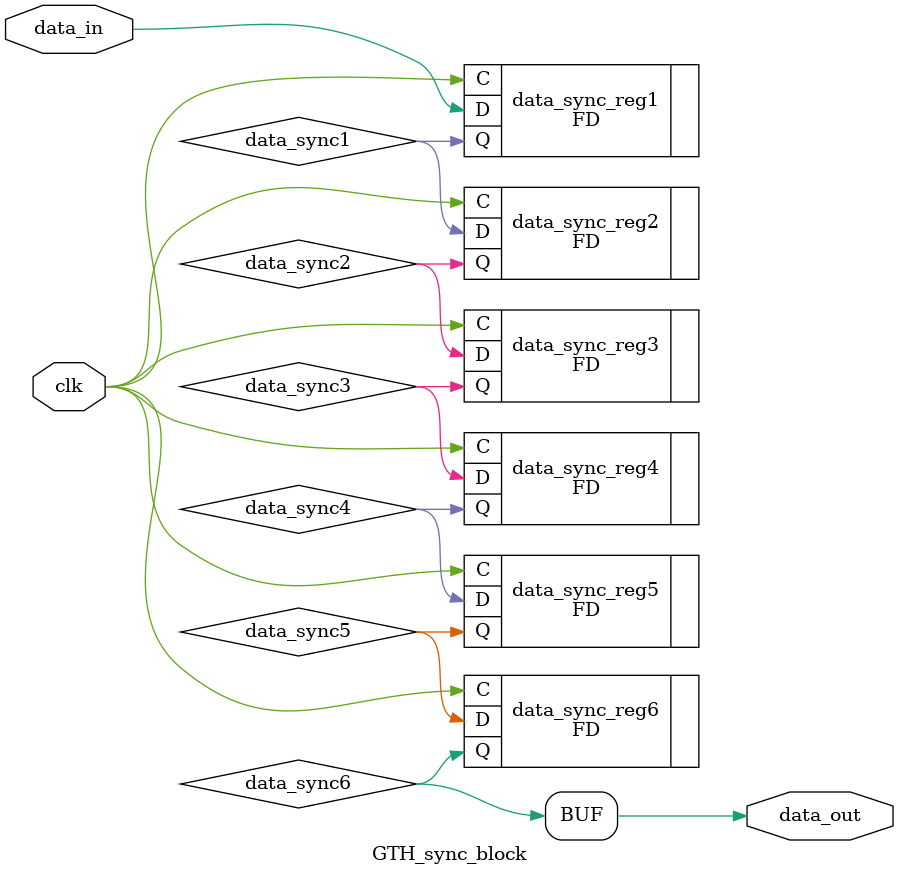
<source format=v>




`timescale 1ps / 1ps

//(* dont_touch = "yes" *)
module GTH_sync_block #(
  parameter INITIALISE = 6'b000000
)
(
  input        clk,              // clock to be sync'ed to
  input        data_in,          // Data to be 'synced'
  output       data_out          // synced data
);

  // Internal Signals
  wire data_sync1;
  wire data_sync2;
  wire data_sync3;
  wire data_sync4;
  wire data_sync5;
  wire data_sync6;


  (* shreg_extract = "no", ASYNC_REG = "TRUE" *)
  FD #(
    .INIT (INITIALISE[0])
  ) data_sync_reg1 (
    .C  (clk),
    .D  (data_in),
    .Q  (data_sync1)
  );


  (* shreg_extract = "no", ASYNC_REG = "TRUE" *)
  FD #(
   .INIT (INITIALISE[1])
  ) data_sync_reg2 (
  .C  (clk),
  .D  (data_sync1),
  .Q  (data_sync2)
  );


  (* shreg_extract = "no", ASYNC_REG = "TRUE" *)
  FD #(
   .INIT (INITIALISE[2])
  ) data_sync_reg3 (
  .C  (clk),
  .D  (data_sync2),
  .Q  (data_sync3)
  );

  (* shreg_extract = "no", ASYNC_REG = "TRUE" *)
  FD #(
   .INIT (INITIALISE[3])
  ) data_sync_reg4 (
  .C  (clk),
  .D  (data_sync3),
  .Q  (data_sync4)
  );

  (* shreg_extract = "no", ASYNC_REG = "TRUE" *)
  FD #(
   .INIT (INITIALISE[4])
  ) data_sync_reg5 (
  .C  (clk),
  .D  (data_sync4),
  .Q  (data_sync5)
  );

  (* shreg_extract = "no", ASYNC_REG = "TRUE" *)
  FD #(
   .INIT (INITIALISE[5])
  ) data_sync_reg6 (
  .C  (clk),
  .D  (data_sync5),
  .Q  (data_sync6)
  );
  assign data_out = data_sync6;



endmodule

</source>
